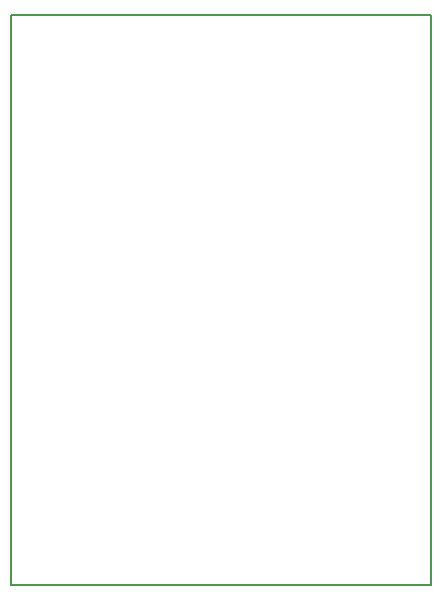
<source format=gm1>
G04 #@! TF.FileFunction,Profile,NP*
%FSLAX46Y46*%
G04 Gerber Fmt 4.6, Leading zero omitted, Abs format (unit mm)*
G04 Created by KiCad (PCBNEW 4.0.1-3.201512221402+6198~38~ubuntu14.04.1-stable) date Fri 22 Jul 2016 08:32:17 PM PDT*
%MOMM*%
G01*
G04 APERTURE LIST*
%ADD10C,0.100000*%
%ADD11C,0.150000*%
G04 APERTURE END LIST*
D10*
D11*
X105537000Y-135382000D02*
X105537000Y-132842000D01*
X141097000Y-135382000D02*
X105537000Y-135382000D01*
X141097000Y-87122000D02*
X141097000Y-135382000D01*
X105537000Y-87122000D02*
X141097000Y-87122000D01*
X105537000Y-132842000D02*
X105537000Y-87122000D01*
M02*

</source>
